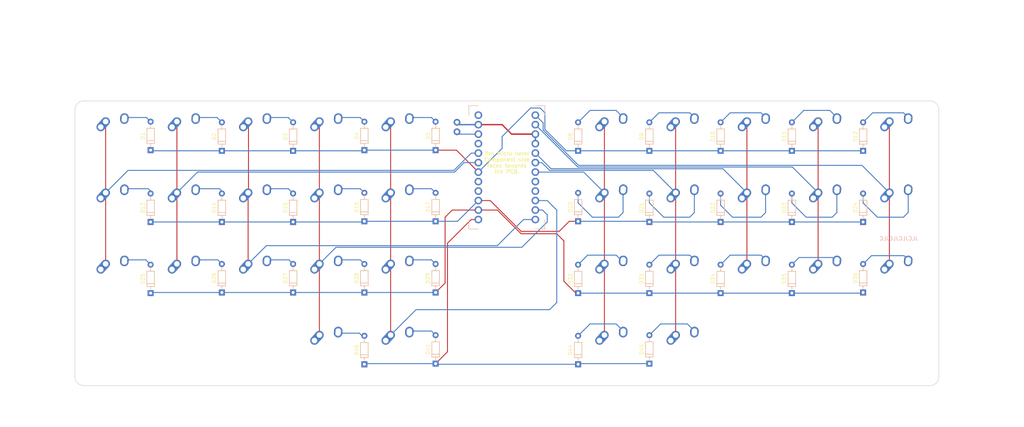
<source format=kicad_pcb>
(kicad_pcb (version 20211014) (generator pcbnew)
  (layers (0 "F.Cu" signal) (31 "B.Cu" signal) (34 "B.Paste" user) (35 "F.Paste" user) (36 "B.SilkS" user "B.Silkscreen") (37 "F.SilkS" user "F.Silkscreen") (38 "B.Mask" user) (39 "F.Mask" user) (44 "Edge.Cuts" user))
  (net 0 "")
  (net 1 "ROW0")
  (net 2 "Net-(D1-Pad2)")
  (net 3 "Net-(D2-Pad2)")
  (net 4 "Net-(D3-Pad2)")
  (net 5 "Net-(D4-Pad2)")
  (net 6 "Net-(D5-Pad2)")
  (net 7 "Net-(D8-Pad2)")
  (net 8 "Net-(D9-Pad2)")
  (net 9 "Net-(D10-Pad2)")
  (net 10 "Net-(D11-Pad2)")
  (net 11 "Net-(D12-Pad2)")
  (net 12 "ROW1")
  (net 13 "Net-(D13-Pad2)")
  (net 14 "Net-(D14-Pad2)")
  (net 15 "Net-(D15-Pad2)")
  (net 16 "Net-(D16-Pad2)")
  (net 17 "Net-(D17-Pad2)")
  (net 18 "Net-(D20-Pad2)")
  (net 19 "Net-(D21-Pad2)")
  (net 20 "Net-(D22-Pad2)")
  (net 21 "Net-(D23-Pad2)")
  (net 22 "Net-(D24-Pad2)")
  (net 23 "ROW2")
  (net 24 "Net-(D25-Pad2)")
  (net 25 "Net-(D26-Pad2)")
  (net 26 "Net-(D27-Pad2)")
  (net 27 "Net-(D28-Pad2)")
  (net 28 "Net-(D29-Pad2)")
  (net 29 "Net-(D32-Pad2)")
  (net 30 "Net-(D33-Pad2)")
  (net 31 "Net-(D34-Pad2)")
  (net 32 "Net-(D35-Pad2)")
  (net 33 "Net-(D36-Pad2)")
  (net 34 "ROW3")
  (net 35 "Net-(D40-Pad2)")
  (net 36 "Net-(D41-Pad2)")
  (net 37 "Net-(D44-Pad2)")
  (net 38 "Net-(D45-Pad2)")
  (net 39 "COL0")
  (net 40 "COL1")
  (net 41 "COL2")
  (net 42 "COL3")
  (net 43 "COL4")
  (net 44 "COL5")
  (net 45 "COL6")
  (net 46 "COL7")
  (net 47 "COL8")
  (net 48 "COL9")
  (net 49 "COL10")
  (net 50 "COL11")
  (net 51 "Net-(U1-Pad24)")
  (net 52 "Net-(SW1-Pad1)")
  (net 53 "GND")
  (net 54 "+5V")
  (net 55 "PIN18")
  (net 56 "PIN15")
  (footprint "MX_Alps_Hybrid:MX-1U-NoLED" (layer "F.Cu") (at 38.1 38.1)
    (fp_text reference "MX1")
    (fp_text value "MX-1U")
  )
  (footprint "MX_Alps_Hybrid:MX-1U-NoLED" (layer "F.Cu") (at 57.15 38.1)
    (fp_text reference "MX2")
    (fp_text value "MX-1U")
  )
  (footprint "MX_Alps_Hybrid:MX-1U-NoLED" (layer "F.Cu") (at 76.2 38.1)
    (fp_text reference "MX3")
    (fp_text value "MX-1U")
  )
  (footprint "MX_Alps_Hybrid:MX-1U-NoLED" (layer "F.Cu") (at 95.25 38.1)
    (fp_text reference "MX4")
    (fp_text value "MX-1U")
  )
  (footprint "MX_Alps_Hybrid:MX-1U-NoLED" (layer "F.Cu") (at 114.3 38.1)
    (fp_text reference "MX5")
    (fp_text value "MX-1U")
  )
  (footprint "MX_Alps_Hybrid:MX-1U-NoLED" (layer "F.Cu") (at 171.45 38.1)
    (fp_text reference "MX8")
    (fp_text value "MX-1U")
  )
  (footprint "MX_Alps_Hybrid:MX-1U-NoLED" (layer "F.Cu") (at 190.5 38.1)
    (fp_text reference "MX9")
    (fp_text value "MX-1U")
  )
  (footprint "MX_Alps_Hybrid:MX-1U-NoLED" (layer "F.Cu") (at 209.55 38.1)
    (fp_text reference "MX10")
    (fp_text value "MX-1U")
  )
  (footprint "MX_Alps_Hybrid:MX-1U-NoLED" (layer "F.Cu") (at 228.6 38.1)
    (fp_text reference "MX11")
    (fp_text value "MX-1U")
  )
  (footprint "MX_Alps_Hybrid:MX-1U-NoLED" (layer "F.Cu") (at 247.65 38.1)
    (fp_text reference "MX12")
    (fp_text value "MX-1U")
  )
  (footprint "MX_Alps_Hybrid:MX-1U-NoLED" (layer "F.Cu") (at 38.1 57.15)
    (fp_text reference "MX13")
    (fp_text value "MX-1U")
  )
  (footprint "MX_Alps_Hybrid:MX-1U-NoLED" (layer "F.Cu") (at 57.15 57.15)
    (fp_text reference "MX14")
    (fp_text value "MX-1U")
  )
  (footprint "MX_Alps_Hybrid:MX-1U-NoLED" (layer "F.Cu") (at 76.2 57.15)
    (fp_text reference "MX15")
    (fp_text value "MX-1U")
  )
  (footprint "MX_Alps_Hybrid:MX-1U-NoLED" (layer "F.Cu") (at 95.25 57.15)
    (fp_text reference "MX16")
    (fp_text value "MX-1U")
  )
  (footprint "MX_Alps_Hybrid:MX-1U-NoLED" (layer "F.Cu") (at 114.3 57.15)
    (fp_text reference "MX17")
    (fp_text value "MX-1U")
  )
  (footprint "MX_Alps_Hybrid:MX-1U-NoLED" (layer "F.Cu") (at 171.45 57.15)
    (fp_text reference "MX20")
    (fp_text value "MX-1U")
  )
  (footprint "MX_Alps_Hybrid:MX-1U-NoLED" (layer "F.Cu") (at 190.5 57.15)
    (fp_text reference "MX21")
    (fp_text value "MX-1U")
  )
  (footprint "MX_Alps_Hybrid:MX-1U-NoLED" (layer "F.Cu") (at 209.55 57.15)
    (fp_text reference "MX22")
    (fp_text value "MX-1U")
  )
  (footprint "MX_Alps_Hybrid:MX-1U-NoLED" (layer "F.Cu") (at 228.6 57.15)
    (fp_text reference "MX23")
    (fp_text value "MX-1U")
  )
  (footprint "MX_Alps_Hybrid:MX-1U-NoLED" (layer "F.Cu") (at 247.65 57.15)
    (fp_text reference "MX24")
    (fp_text value "MX-1U")
  )
  (footprint "MX_Alps_Hybrid:MX-1U-NoLED" (layer "F.Cu") (at 38.1 76.2)
    (fp_text reference "MX25")
    (fp_text value "MX-1U")
  )
  (footprint "MX_Alps_Hybrid:MX-1U-NoLED" (layer "F.Cu") (at 57.15 76.2)
    (fp_text reference "MX26")
    (fp_text value "MX-1U")
  )
  (footprint "MX_Alps_Hybrid:MX-1U-NoLED" (layer "F.Cu") (at 76.2 76.2)
    (fp_text reference "MX27")
    (fp_text value "MX-1U")
  )
  (footprint "MX_Alps_Hybrid:MX-1U-NoLED" (layer "F.Cu") (at 95.25 76.2)
    (fp_text reference "MX28")
    (fp_text value "MX-1U")
  )
  (footprint "MX_Alps_Hybrid:MX-1U-NoLED" (layer "F.Cu") (at 114.3 76.2)
    (fp_text reference "MX29")
    (fp_text value "MX-1U")
  )
  (footprint "MX_Alps_Hybrid:MX-1U-NoLED" (layer "F.Cu") (at 171.45 76.2)
    (fp_text reference "MX32")
    (fp_text value "MX-1U")
  )
  (footprint "MX_Alps_Hybrid:MX-1U-NoLED" (layer "F.Cu") (at 190.5 76.2)
    (fp_text reference "MX33")
    (fp_text value "MX-1U")
  )
  (footprint "MX_Alps_Hybrid:MX-1U-NoLED" (layer "F.Cu") (at 209.55 76.2)
    (fp_text reference "MX34")
    (fp_text value "MX-1U")
  )
  (footprint "MX_Alps_Hybrid:MX-1U-NoLED" (layer "F.Cu") (at 228.6 76.2)
    (fp_text reference "MX35")
    (fp_text value "MX-1U")
  )
  (footprint "MX_Alps_Hybrid:MX-1U-NoLED" (layer "F.Cu") (at 247.65 76.2)
    (fp_text reference "MX36")
    (fp_text value "MX-1U")
  )
  (footprint "MX_Alps_Hybrid:MX-1U-NoLED" (layer "F.Cu") (at 95.25 95.25)
    (fp_text reference "MX40")
    (fp_text value "MX-1U")
  )
  (footprint "MX_Alps_Hybrid:MX-1U-NoLED" (layer "F.Cu") (at 114.3 95.25)
    (fp_text reference "MX41")
    (fp_text value "MX-1U")
  )
  (footprint "MX_Alps_Hybrid:MX-1U-NoLED" (layer "F.Cu") (at 171.45 95.25)
    (fp_text reference "MX44")
    (fp_text value "MX-1U")
  )
  (footprint "MX_Alps_Hybrid:MX-1U-NoLED" (layer "F.Cu") (at 190.5 95.25)
    (fp_text reference "MX45")
    (fp_text value "MX-1U")
  )
  (footprint "locallib:D_DO-35_SOD27_P7.62mm_Horizontal-DoubleSided" (layer "F.Cu") (at 47.625 41.75125 90)
    (fp_text reference "D1")
    (fp_text value "1N4148")
  )
  (footprint "locallib:D_DO-35_SOD27_P7.62mm_Horizontal-DoubleSided" (layer "F.Cu") (at 66.675 41.925 90)
    (fp_text reference "D2")
    (fp_text value "1N4148")
  )
  (footprint "locallib:D_DO-35_SOD27_P7.62mm_Horizontal-DoubleSided" (layer "F.Cu") (at 85.725 41.925 90)
    (fp_text reference "D3")
    (fp_text value "1N4148")
  )
  (footprint "locallib:D_DO-35_SOD27_P7.62mm_Horizontal-DoubleSided" (layer "F.Cu") (at 104.775 41.75125 90)
    (fp_text reference "D4")
    (fp_text value "1N4148")
  )
  (footprint "locallib:D_DO-35_SOD27_P7.62mm_Horizontal-DoubleSided" (layer "F.Cu") (at 123.825 41.75125 90)
    (fp_text reference "D5")
    (fp_text value "1N4148")
  )
  (footprint "locallib:D_DO-35_SOD27_P7.62mm_Horizontal-DoubleSided" (layer "F.Cu") (at 161.925 41.925 90)
    (fp_text reference "D8")
    (fp_text value "1N4148")
  )
  (footprint "locallib:D_DO-35_SOD27_P7.62mm_Horizontal-DoubleSided" (layer "F.Cu") (at 180.975 41.925 90)
    (fp_text reference "D9")
    (fp_text value "1N4148")
  )
  (footprint "locallib:D_DO-35_SOD27_P7.62mm_Horizontal-DoubleSided" (layer "F.Cu") (at 200.025 41.925 90)
    (fp_text reference "D10")
    (fp_text value "1N4148")
  )
  (footprint "locallib:D_DO-35_SOD27_P7.62mm_Horizontal-DoubleSided" (layer "F.Cu") (at 219.075 41.925 90)
    (fp_text reference "D11")
    (fp_text value "1N4148")
  )
  (footprint "locallib:D_DO-35_SOD27_P7.62mm_Horizontal-DoubleSided" (layer "F.Cu") (at 238.125 41.925 90)
    (fp_text reference "D12")
    (fp_text value "1N4148")
  )
  (footprint "locallib:D_DO-35_SOD27_P7.62mm_Horizontal-DoubleSided" (layer "F.Cu") (at 47.625 60.975 90)
    (fp_text reference "D13")
    (fp_text value "1N4148")
  )
  (footprint "locallib:D_DO-35_SOD27_P7.62mm_Horizontal-DoubleSided" (layer "F.Cu") (at 66.675 60.975 90)
    (fp_text reference "D14")
    (fp_text value "1N4148")
  )
  (footprint "locallib:D_DO-35_SOD27_P7.62mm_Horizontal-DoubleSided" (layer "F.Cu") (at 85.725 60.975 90)
    (fp_text reference "D15")
    (fp_text value "1N4148")
  )
  (footprint "locallib:D_DO-35_SOD27_P7.62mm_Horizontal-DoubleSided" (layer "F.Cu") (at 104.775 60.80125 90)
    (fp_text reference "D16")
    (fp_text value "1N4148")
  )
  (footprint "locallib:D_DO-35_SOD27_P7.62mm_Horizontal-DoubleSided" (layer "F.Cu") (at 123.825 60.80125 90)
    (fp_text reference "D17")
    (fp_text value "1N4148")
  )
  (footprint "locallib:D_DO-35_SOD27_P7.62mm_Horizontal-DoubleSided" (layer "F.Cu") (at 161.925 60.80125 90)
    (fp_text reference "D20")
    (fp_text value "1N4148")
  )
  (footprint "locallib:D_DO-35_SOD27_P7.62mm_Horizontal-DoubleSided" (layer "F.Cu") (at 180.975 60.975 90)
    (fp_text reference "D21")
    (fp_text value "1N4148")
  )
  (footprint "locallib:D_DO-35_SOD27_P7.62mm_Horizontal-DoubleSided" (layer "F.Cu") (at 200.025 60.975 90)
    (fp_text reference "D22")
    (fp_text value "1N4148")
  )
  (footprint "locallib:D_DO-35_SOD27_P7.62mm_Horizontal-DoubleSided" (layer "F.Cu") (at 219.075 60.975 90)
    (fp_text reference "D23")
    (fp_text value "1N4148")
  )
  (footprint "locallib:D_DO-35_SOD27_P7.62mm_Horizontal-DoubleSided" (layer "F.Cu") (at 238.125 60.975 90)
    (fp_text reference "D24")
    (fp_text value "1N4148")
  )
  (footprint "locallib:D_DO-35_SOD27_P7.62mm_Horizontal-DoubleSided" (layer "F.Cu") (at 47.625 80.025 90)
    (fp_text reference "D25")
    (fp_text value "1N4148")
  )
  (footprint "locallib:D_DO-35_SOD27_P7.62mm_Horizontal-DoubleSided" (layer "F.Cu") (at 66.675 79.85125 90)
    (fp_text reference "D26")
    (fp_text value "1N4148")
  )
  (footprint "locallib:D_DO-35_SOD27_P7.62mm_Horizontal-DoubleSided" (layer "F.Cu") (at 85.725 79.85125 90)
    (fp_text reference "D27")
    (fp_text value "1N4148")
  )
  (footprint "locallib:D_DO-35_SOD27_P7.62mm_Horizontal-DoubleSided" (layer "F.Cu") (at 104.775 79.85125 90)
    (fp_text reference "D28")
    (fp_text value "1N4148")
  )
  (footprint "locallib:D_DO-35_SOD27_P7.62mm_Horizontal-DoubleSided" (layer "F.Cu") (at 123.825 79.85125 90)
    (fp_text reference "D29")
    (fp_text value "1N4148")
  )
  (footprint "locallib:D_DO-35_SOD27_P7.62mm_Horizontal-DoubleSided" (layer "F.Cu") (at 161.925 80.025 90)
    (fp_text reference "D32")
    (fp_text value "1N4148")
  )
  (footprint "locallib:D_DO-35_SOD27_P7.62mm_Horizontal-DoubleSided" (layer "F.Cu") (at 180.975 80.025 90)
    (fp_text reference "D33")
    (fp_text value "1N4148")
  )
  (footprint "locallib:D_DO-35_SOD27_P7.62mm_Horizontal-DoubleSided" (layer "F.Cu") (at 200.025 80.025 90)
    (fp_text reference "D34")
    (fp_text value "1N4148")
  )
  (footprint "locallib:D_DO-35_SOD27_P7.62mm_Horizontal-DoubleSided" (layer "F.Cu") (at 219.075 80.025 90)
    (fp_text reference "D35")
    (fp_text value "1N4148")
  )
  (footprint "locallib:D_DO-35_SOD27_P7.62mm_Horizontal-DoubleSided" (layer "F.Cu") (at 238.125 79.85125 90)
    (fp_text reference "D36")
    (fp_text value "1N4148")
  )
  (footprint "locallib:D_DO-35_SOD27_P7.62mm_Horizontal-DoubleSided" (layer "F.Cu") (at 104.775 99.075 90)
    (fp_text reference "D40")
    (fp_text value "1N4148")
  )
  (footprint "locallib:D_DO-35_SOD27_P7.62mm_Horizontal-DoubleSided" (layer "F.Cu") (at 123.825 98.90125 90)
    (fp_text reference "D41")
    (fp_text value "1N4148")
  )
  (footprint "locallib:D_DO-35_SOD27_P7.62mm_Horizontal-DoubleSided" (layer "F.Cu") (at 161.925 99.075 90)
    (fp_text reference "D44")
    (fp_text value "1N4148")
  )
  (footprint "locallib:D_DO-35_SOD27_P7.62mm_Horizontal-DoubleSided" (layer "F.Cu") (at 180.975 98.90125 90)
    (fp_text reference "D45")
    (fp_text value "1N4148")
  )
  (footprint "locallib:pro_micro" (layer "B.Cu") (at 142.875 45.085 180)
    (fp_text reference "U1")
    (fp_text value "ProMicro")
  )
  (footprint "Molex-0548190589:PushButton_6x6mm_TH_Pretty" (layer "B.Cu") (at 129.54 35.56)
    (fp_text reference "SW1")
    (fp_text value "RESET")
  )
  (gr_arc (start 258.365625 102.39375) (mid 257.668173 104.077548) (end 255.984375 104.775) (layer "Edge.Cuts") (width 0.15))
  (gr_line (start 27.384375 102.39375) (end 27.384375 30.95625) (layer "Edge.Cuts") (width 0.15))
  (gr_line (start 29.765625 28.575) (end 255.984375 28.575) (layer "Edge.Cuts") (width 0.15))
  (gr_line (start 255.984375 104.775) (end 29.765625 104.775) (layer "Edge.Cuts") (width 0.15))
  (gr_arc (start 255.984375 28.575) (mid 257.668173 29.272452) (end 258.365625 30.95625) (layer "Edge.Cuts") (width 0.15))
  (gr_line (start 258.365625 30.95625) (end 258.365625 102.39375) (layer "Edge.Cuts") (width 0.15))
  (gr_arc (start 29.765625 104.775) (mid 28.081827 104.077548) (end 27.384375 102.39375) (layer "Edge.Cuts") (width 0.15))
  (gr_arc (start 27.384375 30.95625) (mid 28.081827 29.272452) (end 29.765625 28.575) (layer "Edge.Cuts") (width 0.15))
  (gr_text "JLCJLCJLCJLC" (at 247.65 65.405) (layer "B.SilkS") (effects (font (size 1 1)) (justify mirror)))
  (gr_text "Pro Micro here!\nComponent side\nfaces towards\nthe PCB." (at 142.875 45.085) (layer "F.SilkS") (effects (font (size 1 1) (thickness 0.2))))
  (segment (start 135.255 47.625) (end 129.38125 41.75125) (width 0.25) (layer "F.Cu") (net 1))
  (segment (start 129.38125 41.75125) (end 123.825 41.75125) (width 0.25) (layer "F.Cu") (net 1))
  (segment (start 151.765 30.48) (end 153.036396 31.751396) (width 0.25) (layer "B.Cu") (net 1))
  (segment (start 153.036396 36.193604) (end 158.767792 41.925) (width 0.25) (layer "B.Cu") (net 1))
  (segment (start 219.075 41.925) (end 238.125 41.925) (width 0.25) (layer "B.Cu") (net 1))
  (segment (start 141.605 41.275) (end 141.605 38.1) (width 0.25) (layer "B.Cu") (net 1))
  (segment (start 85.725 41.925) (end 104.60125 41.925) (width 0.25) (layer "B.Cu") (net 1))
  (segment (start 85.725 41.925) (end 66.675 41.925) (width 0.25) (layer "B.Cu") (net 1))
  (segment (start 180.975 41.925) (end 200.025 41.925) (width 0.25) (layer "B.Cu") (net 1))
  (segment (start 161.925 41.925) (end 180.975 41.925) (width 0.25) (layer "B.Cu") (net 1))
  (segment (start 66.675 41.925) (end 47.79875 41.925) (width 0.25) (layer "B.Cu") (net 1))
  (segment (start 104.775 41.75125) (end 123.825 41.75125) (width 0.25) (layer "B.Cu") (net 1))
  (segment (start 149.225 30.48) (end 151.765 30.48) (width 0.25) (layer "B.Cu") (net 1))
  (segment (start 200.025 41.925) (end 219.075 41.925) (width 0.25) (layer "B.Cu") (net 1))
  (segment (start 158.767792 41.925) (end 161.925 41.925) (width 0.25) (layer "B.Cu") (net 1))
  (segment (start 141.605 38.1) (end 149.225 30.48) (width 0.25) (layer "B.Cu") (net 1))
  (segment (start 135.255 47.625) (end 141.605 41.275) (width 0.25) (layer "B.Cu") (net 1))
  (segment (start 153.036396 31.751396) (end 153.036396 36.193604) (width 0.25) (layer "B.Cu") (net 1))
  (segment (start 46.51375 33.02) (end 47.625 34.13125) (width 0.25) (layer "B.Cu") (net 2))
  (segment (start 40.64 33.02) (end 46.51375 33.02) (width 0.25) (layer "B.Cu") (net 2))
  (segment (start 65.405 33.02) (end 59.69 33.02) (width 0.25) (layer "B.Cu") (net 3))
  (segment (start 65.405 33.035) (end 65.405 33.02) (width 0.25) (layer "B.Cu") (net 3))
  (segment (start 66.675 34.305) (end 65.405 33.035) (width 0.25) (layer "B.Cu") (net 3))
  (segment (start 84.455 33.02) (end 78.74 33.02) (width 0.25) (layer "B.Cu") (net 4))
  (segment (start 84.455 33.035) (end 84.455 33.02) (width 0.25) (layer "B.Cu") (net 4))
  (segment (start 85.725 34.305) (end 84.455 33.035) (width 0.25) (layer "B.Cu") (net 4))
  (segment (start 103.66375 33.02) (end 104.775 34.13125) (width 0.25) (layer "B.Cu") (net 5))
  (segment (start 97.79 33.02) (end 103.66375 33.02) (width 0.25) (layer "B.Cu") (net 5))
  (segment (start 122.71375 33.02) (end 123.825 34.13125) (width 0.25) (layer "B.Cu") (net 6))
  (segment (start 116.84 33.02) (end 122.71375 33.02) (width 0.25) (layer "B.Cu") (net 6))
  (segment (start 172.085 31.115) (end 173.99 33.02) (width 0.25) (layer "B.Cu") (net 7))
  (segment (start 165.115 31.115) (end 172.085 31.115) (width 0.25) (layer "B.Cu") (net 7))
  (segment (start 161.925 34.305) (end 165.115 31.115) (width 0.25) (layer "B.Cu") (net 7))
  (segment (start 183.515 31.765) (end 183.515 31.75) (width 0.25) (layer "B.Cu") (net 8))
  (segment (start 180.975 34.305) (end 183.515 31.765) (width 0.25) (layer "B.Cu") (net 8))
  (segment (start 183.515 31.75) (end 191.77 31.75) (width 0.25) (layer "B.Cu") (net 8))
  (segment (start 191.77 31.75) (end 193.04 33.02) (width 0.25) (layer "B.Cu") (net 8))
  (segment (start 200.025 34.305) (end 202.58 31.75) (width 0.25) (layer "B.Cu") (net 9))
  (segment (start 210.82 31.75) (end 212.09 33.02) (width 0.25) (layer "B.Cu") (net 9))
  (segment (start 202.58 31.75) (end 210.82 31.75) (width 0.25) (layer "B.Cu") (net 9))
  (segment (start 219.075 34.305) (end 222.25 31.13) (width 0.25) (layer "B.Cu") (net 10))
  (segment (start 222.25 31.115) (end 229.235 31.115) (width 0.25) (layer "B.Cu") (net 10))
  (segment (start 229.235 31.115) (end 231.14 33.02) (width 0.25) (layer "B.Cu") (net 10))
  (segment (start 222.25 31.13) (end 222.25 31.115) (width 0.25) (layer "B.Cu") (net 10))
  (segment (start 248.92 31.75) (end 250.19 33.02) (width 0.25) (layer "B.Cu") (net 11))
  (segment (start 240.68 31.75) (end 248.92 31.75) (width 0.25) (layer "B.Cu") (net 11))
  (segment (start 238.125 34.305) (end 240.68 31.75) (width 0.25) (layer "B.Cu") (net 11))
  (segment (start 156.845 63.5) (end 159.54375 60.80125) (width 0.25) (layer "F.Cu") (net 12))
  (segment (start 159.54375 60.80125) (end 161.925 60.80125) (width 0.25) (layer "F.Cu") (net 12))
  (segment (start 135.255 55.245) (end 138.43 55.245) (width 0.25) (layer "F.Cu") (net 12))
  (segment (start 138.43 55.245) (end 146.685 63.5) (width 0.25) (layer "F.Cu") (net 12))
  (segment (start 146.685 63.5) (end 156.845 63.5) (width 0.25) (layer "F.Cu") (net 12))
  (segment (start 200.025 60.975) (end 219.075 60.975) (width 0.25) (layer "B.Cu") (net 12))
  (segment (start 180.975 60.975) (end 200.025 60.975) (width 0.25) (layer "B.Cu") (net 12))
  (segment (start 161.925 60.80125) (end 180.80125 60.80125) (width 0.25) (layer "B.Cu") (net 12))
  (segment (start 104.775 60.80125) (end 124.61875 60.80125) (width 0.25) (layer "B.Cu") (net 12))
  (segment (start 66.675 60.975) (end 47.625 60.975) (width 0.25) (layer "B.Cu") (net 12))
  (segment (start 124.61875 60.80125) (end 129.69875 60.80125) (width 0.25) (layer "B.Cu") (net 12))
  (segment (start 85.725 60.975) (end 66.675 60.975) (width 0.25) (layer "B.Cu") (net 12))
  (segment (start 129.69875 60.80125) (end 135.255 55.245) (width 0.25) (layer "B.Cu") (net 12))
  (segment (start 219.075 60.975) (end 238.125 60.975) (width 0.25) (layer "B.Cu") (net 12))
  (segment (start 123.825 60.80125) (end 124.61875 60.80125) (width 0.25) (layer "B.Cu") (net 12))
  (segment (start 85.725 60.975) (end 104.60125 60.975) (width 0.25) (layer "B.Cu") (net 12))
  (segment (start 47.625 52.705) (end 46.99 52.07) (width 0.25) (layer "B.Cu") (net 13))
  (segment (start 46.99 52.07) (end 40.64 52.07) (width 0.25) (layer "B.Cu") (net 13))
  (segment (start 66.04 52.07) (end 59.69 52.07) (width 0.25) (layer "B.Cu") (net 14))
  (segment (start 66.675 52.705) (end 66.04 52.07) (width 0.25) (layer "B.Cu") (net 14))
  (segment (start 84.455 52.085) (end 84.455 52.07) (width 0.25) (layer "B.Cu") (net 15))
  (segment (start 85.725 53.355) (end 84.455 52.085) (width 0.25) (layer "B.Cu") (net 15))
  (segment (start 84.455 52.07) (end 78.74 52.07) (width 0.25) (layer "B.Cu") (net 15))
  (segment (start 103.66375 52.07) (end 104.775 53.18125) (width 0.25) (layer "B.Cu") (net 16))
  (segment (start 97.79 52.07) (end 103.66375 52.07) (width 0.25) (layer "B.Cu") (net 16))
  (segment (start 117.403 52.65) (end 117.983 52.07) (width 0.25) (layer "B.Cu") (net 17))
  (segment (start 117.983 52.07) (end 122.71375 52.07) (width 0.25) (layer "B.Cu") (net 17))
  (segment (start 122.71375 52.07) (end 123.825 53.18125) (width 0.25) (layer "B.Cu") (net 17))
  (segment (start 173.95 58.46) (end 172.72 59.69) (width 0.25) (layer "B.Cu") (net 18))
  (segment (start 172.72 59.69) (end 165.735 59.69) (width 0.25) (layer "B.Cu") (net 18))
  (segment (start 173.95 52.65) (end 173.95 58.46) (width 0.25) (layer "B.Cu") (net 18))
  (segment (start 165.735 59.69) (end 161.925 55.88) (width 0.25) (layer "B.Cu") (net 18))
  (segment (start 161.925 55.88) (end 161.925 53.18125) (width 0.25) (layer "B.Cu") (net 18))
  (segment (start 193 52.65) (end 193 58.46) (width 0.25) (layer "B.Cu") (net 19))
  (segment (start 184.785 59.69) (end 180.975 55.88) (width 0.25) (layer "B.Cu") (net 19))
  (segment (start 193 58.46) (end 191.77 59.69) (width 0.25) (layer "B.Cu") (net 19))
  (segment (start 180.975 55.88) (end 180.975 53.355) (width 0.25) (layer "B.Cu") (net 19))
  (segment (start 191.77 59.69) (end 184.785 59.69) (width 0.25) (layer "B.Cu") (net 19))
  (segment (start 200.025 56.515) (end 200.025 53.355) (width 0.25) (layer "B.Cu") (net 20))
  (segment (start 212.05 52.65) (end 212.05 58.46) (width 0.25) (layer "B.Cu") (net 20))
  (segment (start 212.05 58.46) (end 210.82 59.69) (width 0.25) (layer "B.Cu") (net 20))
  (segment (start 210.82 59.69) (end 203.2 59.69) (width 0.25) (layer "B.Cu") (net 20))
  (segment (start 203.2 59.69) (end 200.025 56.515) (width 0.25) (layer "B.Cu") (net 20))
  (segment (start 229.87 59.69) (end 222.885 59.69) (width 0.25) (layer "B.Cu") (net 21))
  (segment (start 231.1 58.46) (end 229.87 59.69) (width 0.25) (layer "B.Cu") (net 21))
  (segment (start 231.1 52.65) (end 231.1 58.46) (width 0.25) (layer "B.Cu") (net 21))
  (segment (start 219.075 55.88) (end 219.075 53.355) (width 0.25) (layer "B.Cu") (net 21))
  (segment (start 222.885 59.69) (end 219.075 55.88) (width 0.25) (layer "B.Cu") (net 21))
  (segment (start 248.92 59.69) (end 241.935 59.69) (width 0.25) (layer "B.Cu") (net 22))
  (segment (start 241.935 59.69) (end 238.125 55.88) (width 0.25) (layer "B.Cu") (net 22))
  (segment (start 238.125 55.88) (end 238.125 53.355) (width 0.25) (layer "B.Cu") (net 22))
  (segment (start 250.19 58.42) (end 248.92 59.69) (width 0.25) (layer "B.Cu") (net 22))
  (segment (start 250.19 52.69) (end 250.19 58.42) (width 0.25) (layer "B.Cu") (net 22))
  (segment (start 158.115 66.04) (end 158.115 76.835) (width 0.25) (layer "F.Cu") (net 23))
  (segment (start 140.333604 57.785) (end 146.683604 64.135) (width 0.25) (layer "F.Cu") (net 23))
  (segment (start 135.255 57.785) (end 140.333604 57.785) (width 0.25) (layer "F.Cu") (net 23))
  (segment (start 126.365 77.31125) (end 123.825 79.85125) (width 0.25) (layer "F.Cu") (net 23))
  (segment (start 146.683604 64.135) (end 156.21 64.135) (width 0.25) (layer "F.Cu") (net 23))
  (segment (start 158.115 76.835) (end 161.305 80.025) (width 0.25) (layer "F.Cu") (net 23))
  (segment (start 126.365 59.69) (end 126.365 77.31125) (width 0.25) (layer "F.Cu") (net 23))
  (segment (start 156.21 64.135) (end 158.115 66.04) (width 0.25) (layer "F.Cu") (net 23))
  (segment (start 135.255 57.785) (end 128.27 57.785) (width 0.25) (layer "F.Cu") (net 23))
  (segment (start 128.27 57.785) (end 126.365 59.69) (width 0.25) (layer "F.Cu") (net 23))
  (segment (start 85.725 79.85125) (end 104.775 79.85125) (width 0.25) (layer "B.Cu") (net 23))
  (segment (start 66.675 79.85125) (end 85.725 79.85125) (width 0.25) (layer "B.Cu") (net 23))
  (segment (start 161.925 80.025) (end 180.975 80.025) (width 0.25) (layer "B.Cu") (net 23))
  (segment (start 219.075 80.025) (end 237.95125 80.025) (width 0.25) (layer "B.Cu") (net 23))
  (segment (start 66.675 79.85125) (end 47.79875 79.85125) (width 0.25) (layer "B.Cu") (net 23))
  (segment (start 200.025 80.025) (end 219.075 80.025) (width 0.25) (layer "B.Cu") (net 23))
  (segment (start 104.775 79.85125) (end 123.825 79.85125) (width 0.25) (layer "B.Cu") (net 23))
  (segment (start 180.975 80.025) (end 200.025 80.025) (width 0.25) (layer "B.Cu") (net 23))
  (segment (start 46.355 71.135) (end 46.355 71.12) (width 0.25) (layer "B.Cu") (net 24))
  (segment (start 46.355 71.12) (end 40.64 71.12) (width 0.25) (layer "B.Cu") (net 24))
  (segment (start 47.625 72.405) (end 46.355 71.135) (width 0.25) (layer "B.Cu") (net 24))
  (segment (start 60.96 71.12) (end 65.56375 71.12) (width 0.25) (layer "B.Cu") (net 25))
  (segment (start 65.56375 71.12) (end 66.675 72.23125) (width 0.25) (layer "B.Cu") (net 25))
  (segment (start 60.38 71.7) (end 60.96 71.12) (width 0.25) (layer "B.Cu") (net 25))
  (segment (start 78.74 71.12) (end 84.61375 71.12) (width 0.25) (layer "B.Cu") (net 26))
  (segment (start 84.61375 71.12) (end 85.725 72.23125) (width 0.25) (layer "B.Cu") (net 26))
  (segment (start 103.66375 71.12) (end 104.775 72.23125) (width 0.25) (layer "B.Cu") (net 27))
  (segment (start 97.79 71.12) (end 103.66375 71.12) (width 0.25) (layer "B.Cu") (net 27))
  (segment (start 116.84 71.12) (end 122.71375 71.12) (width 0.25) (layer "B.Cu") (net 28))
  (segment (start 122.71375 71.12) (end 123.825 72.23125) (width 0.25) (layer "B.Cu") (net 28))
  (segment (start 161.925 72.405) (end 164.465 69.865) (width 0.25) (layer "B.Cu") (net 29))
  (segment (start 164.465 69.85) (end 172.1 69.85) (width 0.25) (layer "B.Cu") (net 29))
  (segment (start 172.1 69.85) (end 173.95 71.7) (width 0.25) (layer "B.Cu") (net 29))
  (segment (start 164.465 69.865) (end 164.465 69.85) (width 0.25) (layer "B.Cu") (net 29))
  (segment (start 180.975 72.405) (end 183.515 69.865) (width 0.25) (layer "B.Cu") (net 30))
  (segment (start 183.515 69.865) (end 183.515 69.85) (width 0.25) (layer "B.Cu") (net 30))
  (segment (start 183.515 69.85) (end 191.77 69.85) (width 0.25) (layer "B.Cu") (net 30))
  (segment (start 191.77 69.85) (end 193.04 71.12) (width 0.25) (layer "B.Cu") (net 30))
  (segment (start 210.82 69.85) (end 212.09 71.12) (width 0.25) (layer "B.Cu") (net 31))
  (segment (start 200.025 72.405) (end 202.565 69.865) (width 0.25) (layer "B.Cu") (net 31))
  (segment (start 202.565 69.865) (end 202.565 69.85) (width 0.25) (layer "B.Cu") (net 31))
  (segment (start 202.565 69.85) (end 210.82 69.85) (width 0.25) (layer "B.Cu") (net 31))
  (segment (start 219.075 72.405) (end 220.995 70.485) (width 0.25) (layer "B.Cu") (net 32))
  (segment (start 220.995 70.485) (end 229.885 70.485) (width 0.25) (layer "B.Cu") (net 32))
  (segment (start 229.885 70.485) (end 231.1 71.7) (width 0.25) (layer "B.Cu") (net 32))
  (segment (start 250.19 71.12) (end 249.065001 69.995001) (width 0.25) (layer "B.Cu") (net 33))
  (segment (start 238.125 72.23125) (end 240.361249 69.995001) (width 0.25) (layer "B.Cu") (net 33))
  (segment (start 249.065001 69.995001) (end 240.361249 69.995001) (width 0.25) (layer "B.Cu") (net 33))
  (segment (start 133.35 60.325) (end 135.255 60.325) (width 0.25) (layer "F.Cu") (net 34))
  (segment (start 127 95.72625) (end 127 66.675) (width 0.25) (layer "F.Cu") (net 34))
  (segment (start 127 66.675) (end 133.35 60.325) (width 0.25) (layer "F.Cu") (net 34))
  (segment (start 123.825 98.90125) (end 127 95.72625) (width 0.25) (layer "F.Cu") (net 34))
  (segment (start 161.925 99.075) (end 123.99875 99.075) (width 0.25) (layer "B.Cu") (net 34))
  (segment (start 180.975 98.90125) (end 162.09875 98.90125) (width 0.25) (layer "B.Cu") (net 34))
  (segment (start 123.825 98.90125) (end 104.94875 98.90125) (width 0.25) (layer "B.Cu") (net 34))
  (segment (start 97.75 90.75) (end 103.45 90.75) (width 0.25) (layer "B.Cu") (net 35))
  (segment (start 103.45 90.75) (end 104.155 91.455) (width 0.25) (layer "B.Cu") (net 35))
  (segment (start 116.84 90.17) (end 122.71375 90.17) (width 0.25) (layer "B.Cu") (net 36))
  (segment (start 122.71375 90.17) (end 123.825 91.28125) (width 0.25) (layer "B.Cu") (net 36))
  (segment (start 161.925 91.455) (end 165.1 88.28) (width 0.25) (layer "B.Cu") (net 37))
  (segment (start 165.1 88.265) (end 172.085 88.265) (width 0.25) (layer "B.Cu") (net 37))
  (segment (start 165.1 88.28) (end 165.1 88.265) (width 0.25) (layer "B.Cu") (net 37))
  (segment (start 172.085 88.265) (end 173.99 90.17) (width 0.25) (layer "B.Cu") (net 37))
  (segment (start 180.975 91.28125) (end 183.99125 88.265) (width 0.25) (layer "B.Cu") (net 38))
  (segment (start 191.135 88.265) (end 193.04 90.17) (width 0.25) (layer "B.Cu") (net 38))
  (segment (start 183.99125 88.265) (end 191.135 88.265) (width 0.25) (layer "B.Cu") (net 38))
  (segment (start 35.6 34.1) (end 35.6 53.15) (width 0.25) (layer "F.Cu") (net 39))
  (segment (start 35.6 53.15) (end 35.6 72.2) (width 0.25) (layer "F.Cu") (net 39))
  (segment (start 41.575 47.175) (end 35.6 53.15) (width 0.25) (layer "B.Cu") (net 39))
  (segment (start 133.348604 42.545) (end 128.718604 47.175) (width 0.25) (layer "B.Cu") (net 39))
  (segment (start 128.718604 47.175) (end 41.575 47.175) (width 0.25) (layer "B.Cu") (net 39))
  (segment (start 135.255 42.545) (end 133.348604 42.545) (width 0.25) (layer "B.Cu") (net 39))
  (segment (start 54.65 53.15) (end 54.65 72.2) (width 0.25) (layer "F.Cu") (net 40))
  (segment (start 54.65 72.2) (end 54.65 73.79099) (width 0.25) (layer "F.Cu") (net 40))
  (segment (start 54.65 34.1) (end 54.65 53.15) (width 0.25) (layer "F.Cu") (net 40))
  (segment (start 135.255 45.085) (end 131.445 45.085) (width 0.25) (layer "B.Cu") (net 40))
  (segment (start 131.445 45.085) (end 128.905 47.625) (width 0.25) (layer "B.Cu") (net 40))
  (segment (start 60.175 47.625) (end 54.65 53.15) (width 0.25) (layer "B.Cu") (net 40))
  (segment (start 128.905 47.625) (end 60.175 47.625) (width 0.25) (layer "B.Cu") (net 40))
  (segment (start 73.787 35.687) (end 72.517 35.687) (width 0.25) (layer "F.Cu") (net 41))
  (segment (start 73.7 53.15) (end 73.7 72.2) (width 0.25) (layer "F.Cu") (net 41))
  (segment (start 73.787 35.687) (end 73.787 53.063) (width 0.25) (layer "F.Cu") (net 41))
  (segment (start 140.335 67.31) (end 147.32 60.325) (width 0.25) (layer "B.Cu") (net 41))
  (segment (start 147.32 60.325) (end 150.495 60.325) (width 0.25) (layer "B.Cu") (net 41))
  (segment (start 78.59 67.31) (end 140.335 67.31) (width 0.25) (layer "B.Cu") (net 41))
  (segment (start 73.7 72.2) (end 78.59 67.31) (width 0.25) (layer "B.Cu") (net 41))
  (segment (start 92.75 73.954) (end 92.456 73.66) (width 0.25) (layer "F.Cu") (net 42))
  (segment (start 92.75 53.15) (end 92.75 72.2) (width 0.25) (layer "F.Cu") (net 42))
  (segment (start 92.75 53.15) (end 92.75 35.854) (width 0.25) (layer "F.Cu") (net 42))
  (segment (start 92.75 91.25) (end 92.75 73.954) (width 0.25) (layer "F.Cu") (net 42))
  (segment (start 92.75 35.854) (end 92.456 35.56) (width 0.25) (layer "F.Cu") (net 42))
  (segment (start 146.87 67.76) (end 153.67 60.96) (width 0.25) (layer "B.Cu") (net 42))
  (segment (start 152.4 57.785) (end 150.495 57.785) (width 0.25) (layer "B.Cu") (net 42))
  (segment (start 92.75 72.2) (end 97.19 67.76) (width 0.25) (layer "B.Cu") (net 42))
  (segment (start 153.67 60.96) (end 153.67 59.055) (width 0.25) (layer "B.Cu") (net 42))
  (segment (start 97.19 67.76) (end 146.87 67.76) (width 0.25) (layer "B.Cu") (net 42))
  (segment (start 153.67 59.055) (end 152.4 57.785) (width 0.25) (layer "B.Cu") (net 42))
  (segment (start 111.8 53.15) (end 111.8 34.1) (width 0.25) (layer "F.Cu") (net 43))
  (segment (start 111.8 53.15) (end 111.8 72.2) (width 0.25) (layer "F.Cu") (net 43))
  (segment (start 111.8 91.25) (end 111.8 73.954) (width 0.25) (layer "F.Cu") (net 43))
  (segment (start 111.8 73.954) (end 111.506 73.66) (width 0.25) (layer "F.Cu") (net 43))
  (segment (start 153.67 55.245) (end 150.495 55.245) (width 0.25) (layer "B.Cu") (net 43))
  (segment (start 156.21 82.55) (end 156.21 57.785) (width 0.25) (layer "B.Cu") (net 43))
  (segment (start 118.595 84.455) (end 154.305 84.455) (width 0.25) (layer "B.Cu") (net 43))
  (segment (start 156.21 57.785) (end 153.67 55.245) (width 0.25) (layer "B.Cu") (net 43))
  (segment (start 154.305 84.455) (end 156.21 82.55) (width 0.25) (layer "B.Cu") (net 43))
  (segment (start 111.8 91.25) (end 118.595 84.455) (width 0.25) (layer "B.Cu") (net 43))
  (segment (start 168.95 34.1) (end 168.95 53.15) (width 0.25) (layer "F.Cu") (net 46))
  (segment (start 168.95 53.15) (end 168.95 72.2) (width 0.25) (layer "F.Cu") (net 46))
  (segment (start 168.95 72.2) (end 168.95 91.25) (width 0.25) (layer "F.Cu") (net 46))
  (segment (start 168.95 53.15) (end 163.425 47.625) (width 0.25) (layer "B.Cu") (net 46))
  (segment (start 163.425 47.625) (end 150.495 47.625) (width 0.25) (layer "B.Cu") (net 46))
  (segment (start 188 34.1) (end 188 53.15) (width 0.25) (layer "F.Cu") (net 47))
  (segment (start 188 72.2) (end 188 91.25) (width 0.25) (layer "F.Cu") (net 47))
  (segment (start 188 53.15) (end 188 72.2) (width 0.25) (layer "F.Cu") (net 47))
  (segment (start 152.215 45.085) (end 150.495 45.085) (width 0.25) (layer "B.Cu") (net 47))
  (segment (start 188 53.15) (end 182.025 47.175) (width 0.25) (layer "B.Cu") (net 47))
  (segment (start 182.025 47.175) (end 154.305 47.175) (width 0.25) (layer "B.Cu") (net 47))
  (segment (start 154.305 47.175) (end 152.215 45.085) (width 0.25) (layer "B.Cu") (net 47))
  (segment (start 207.05 72.2) (end 207.05 53.15) (width 0.25) (layer "F.Cu") (net 48))
  (segment (start 207.05 53.15) (end 207.05 34.1) (width 0.25) (layer "F.Cu") (net 48))
  (segment (start 200.625 46.725) (end 154.675 46.725) (width 0.25) (layer "B.Cu") (net 48))
  (segment (start 207.05 53.15) (end 200.625 46.725) (width 0.25) (layer "B.Cu") (net 48))
  (segment (start 154.675 46.725) (end 150.495 42.545) (width 0.25) (layer "B.Cu") (net 48))
  (segment (start 226.1 54.74099) (end 226.1 72.2) (width 0.25) (layer "F.Cu") (net 49))
  (segment (start 226.1 53.15) (end 226.1 54.74099) (width 0.25) (layer "F.Cu") (net 49))
  (segment (start 226.1 34.1) (end 226.1 53.15) (width 0.25) (layer "F.Cu") (net 49))
  (segment (start 226.1 53.15) (end 219.225 46.275) (width 0.25) (layer "B.Cu") (net 49))
  (segment (start 219.225 46.275) (end 161.845 46.275) (width 0.25) (layer "B.Cu") (net 49))
  (segment (start 161.845 46.275) (end 150.495 34.925) (width 0.25) (layer "B.Cu") (net 49))
  (segment (start 245.15 53.15) (end 245.15 72.2) (width 0.25) (layer "F.Cu") (net 50))
  (segment (start 245.15 72.2) (end 245.15 73.79099) (width 0.25) (layer "F.Cu") (net 50))
  (segment (start 245.15 34.1) (end 245.15 35.69099) (width 0.25) (layer "F.Cu") (net 50))
  (segment (start 245.15 35.69099) (end 245.15 53.15) (width 0.25) (layer "F.Cu") (net 50))
  (segment (start 152.586396 34.476396) (end 152.586396 36.38) (width 0.25) (layer "B.Cu") (net 50))
  (segment (start 150.495 32.385) (end 152.586396 34.476396) (width 0.25) (layer "B.Cu") (net 50))
  (segment (start 162.031396 45.825) (end 237.825 45.825) (width 0.25) (layer "B.Cu") (net 50))
  (segment (start 237.825 45.825) (end 245.15 53.15) (width 0.25) (layer "B.Cu") (net 50))
  (segment (start 152.586396 36.38) (end 162.031396 45.825) (width 0.25) (layer "B.Cu") (net 50))
  (segment (start 135.255 37.465) (end 130.175 37.465) (width 0.25) (layer "B.Cu") (net 52))
  (segment (start 130.175 37.465) (end 129.54 36.83) (width 0.25) (layer "B.Cu") (net 52))
  (segment (start 141.605 34.925) (end 144.145 37.465) (width 0.381) (layer "F.Cu") (net 53))
  (segment (start 144.145 37.465) (end 150.495 37.465) (width 0.381) (layer "F.Cu") (net 53))
  (segment (start 135.255 34.925) (end 141.605 34.925) (width 0.381) (layer "F.Cu") (net 53))
  (segment (start 135.255 34.925) (end 130.175 34.925) (width 0.381) (layer "B.Cu") (net 53))
  (segment (start 150.495 37.465) (end 150.495 40.005) (width 0.381) (layer "B.Cu") (net 53))
  (segment (start 130.175 34.925) (end 129.54 34.29) (width 0.381) (layer "B.Cu") (net 53))
)
</source>
